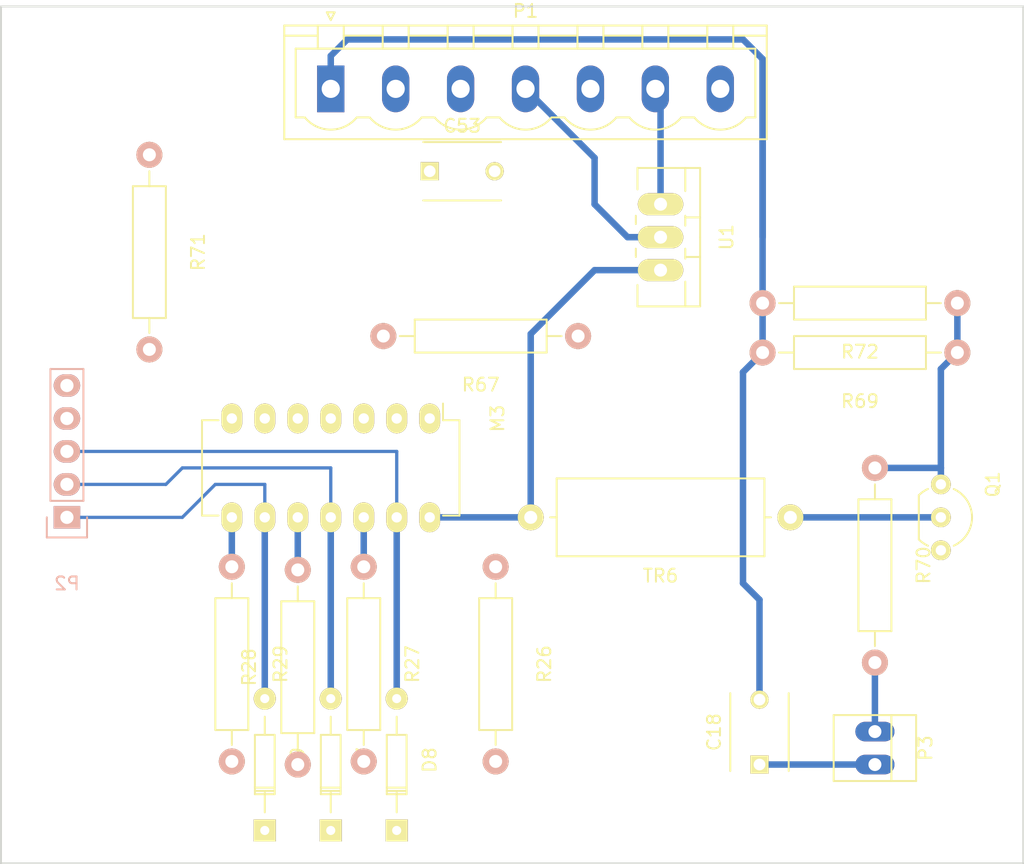
<source format=kicad_pcb>
(kicad_pcb (version 4) (host pcbnew 4.0.4+dfsg1-stable)

  (general
    (links 39)
    (no_connects 18)
    (area 44.374999 74.854999 123.265001 141.045001)
    (thickness 1.6)
    (drawings 4)
    (tracks 47)
    (zones 0)
    (modules 21)
    (nets 22)
  )

  (page USLetter)
  (title_block
    (title "Minitel 1B output board")
  )

  (layers
    (0 F.Cu signal)
    (31 B.Cu signal)
    (32 B.Adhes user)
    (33 F.Adhes user)
    (34 B.Paste user)
    (35 F.Paste user)
    (36 B.SilkS user)
    (37 F.SilkS user)
    (38 B.Mask user)
    (39 F.Mask user)
    (40 Dwgs.User user)
    (41 Cmts.User user)
    (42 Eco1.User user)
    (43 Eco2.User user)
    (44 Edge.Cuts user)
    (45 Margin user)
    (46 B.CrtYd user)
    (47 F.CrtYd user)
    (48 B.Fab user)
    (49 F.Fab user)
  )

  (setup
    (last_trace_width 0.3)
    (user_trace_width 0.3)
    (user_trace_width 0.4)
    (user_trace_width 0.5)
    (user_trace_width 1)
    (trace_clearance 0.254)
    (zone_clearance 0.508)
    (zone_45_only no)
    (trace_min 0.2)
    (segment_width 0.2)
    (edge_width 0.15)
    (via_size 0.6)
    (via_drill 0.4)
    (via_min_size 0.4)
    (via_min_drill 0.3)
    (uvia_size 0.3)
    (uvia_drill 0.1)
    (uvias_allowed no)
    (uvia_min_size 0.2)
    (uvia_min_drill 0.1)
    (pcb_text_width 0.3)
    (pcb_text_size 1.5 1.5)
    (mod_edge_width 0.15)
    (mod_text_size 1 1)
    (mod_text_width 0.15)
    (pad_size 1.524 1.524)
    (pad_drill 0.762)
    (pad_to_mask_clearance 0.2)
    (aux_axis_origin 0 0)
    (visible_elements FFFFFF7F)
    (pcbplotparams
      (layerselection 0x00030_80000001)
      (usegerberextensions false)
      (excludeedgelayer true)
      (linewidth 0.100000)
      (plotframeref false)
      (viasonmask false)
      (mode 1)
      (useauxorigin false)
      (hpglpennumber 1)
      (hpglpenspeed 20)
      (hpglpendiameter 15)
      (hpglpenoverlay 2)
      (psnegative false)
      (psa4output false)
      (plotreference true)
      (plotvalue true)
      (plotinvisibletext false)
      (padsonsilk false)
      (subtractmaskfromsilk false)
      (outputformat 1)
      (mirror false)
      (drillshape 1)
      (scaleselection 1)
      (outputdirectory ""))
  )

  (net 0 "")
  (net 1 GND)
  (net 2 "Net-(C18-Pad2)")
  (net 3 "Net-(C53-Pad1)")
  (net 4 CH_GREEN)
  (net 5 "Net-(D7-Pad1)")
  (net 6 CH_RED)
  (net 7 CH_BLUE)
  (net 8 "Net-(M3-Pad5)")
  (net 9 "Net-(M3-Pad6)")
  (net 10 "Net-(M3-Pad8)")
  (net 11 "Net-(M3-Pad10)")
  (net 12 "Net-(M3-Pad12)")
  (net 13 +5V)
  (net 14 "Net-(P1-Pad3)")
  (net 15 "Net-(P1-Pad5)")
  (net 16 VIN)
  (net 17 "Net-(P1-Pad7)")
  (net 18 VIDEO_OUT)
  (net 19 "Net-(Q1-Pad2)")
  (net 20 "Net-(Q1-Pad3)")
  (net 21 "Net-(Q1-Pad1)")

  (net_class Default "This is the default net class."
    (clearance 0.254)
    (trace_width 0.25)
    (via_dia 0.6)
    (via_drill 0.4)
    (uvia_dia 0.3)
    (uvia_drill 0.1)
    (add_net +5V)
    (add_net CH_BLUE)
    (add_net CH_GREEN)
    (add_net CH_RED)
    (add_net GND)
    (add_net "Net-(C18-Pad2)")
    (add_net "Net-(C53-Pad1)")
    (add_net "Net-(D7-Pad1)")
    (add_net "Net-(M3-Pad10)")
    (add_net "Net-(M3-Pad12)")
    (add_net "Net-(M3-Pad5)")
    (add_net "Net-(M3-Pad6)")
    (add_net "Net-(M3-Pad8)")
    (add_net "Net-(P1-Pad3)")
    (add_net "Net-(P1-Pad5)")
    (add_net "Net-(P1-Pad7)")
    (add_net "Net-(Q1-Pad1)")
    (add_net "Net-(Q1-Pad2)")
    (add_net "Net-(Q1-Pad3)")
    (add_net VIDEO_OUT)
    (add_net VIN)
  )

  (module Capacitors_ThroughHole:C_Disc_D6_P5 (layer F.Cu) (tedit 0) (tstamp 58EE53D4)
    (at 102.87 133.35 90)
    (descr "Capacitor 6mm Disc, Pitch 5mm")
    (tags Capacitor)
    (path /58E7F7C0)
    (fp_text reference C18 (at 2.5 -3.5 90) (layer F.SilkS)
      (effects (font (size 1 1) (thickness 0.15)))
    )
    (fp_text value 100nF (at 2.5 3.5 90) (layer F.Fab)
      (effects (font (size 1 1) (thickness 0.15)))
    )
    (fp_line (start -0.95 -2.5) (end 5.95 -2.5) (layer F.CrtYd) (width 0.05))
    (fp_line (start 5.95 -2.5) (end 5.95 2.5) (layer F.CrtYd) (width 0.05))
    (fp_line (start 5.95 2.5) (end -0.95 2.5) (layer F.CrtYd) (width 0.05))
    (fp_line (start -0.95 2.5) (end -0.95 -2.5) (layer F.CrtYd) (width 0.05))
    (fp_line (start -0.5 -2.25) (end 5.5 -2.25) (layer F.SilkS) (width 0.15))
    (fp_line (start 5.5 2.25) (end -0.5 2.25) (layer F.SilkS) (width 0.15))
    (pad 1 thru_hole rect (at 0 0 90) (size 1.4 1.4) (drill 0.9) (layers *.Cu *.Mask F.SilkS)
      (net 1 GND))
    (pad 2 thru_hole circle (at 5 0 90) (size 1.4 1.4) (drill 0.9) (layers *.Cu *.Mask F.SilkS)
      (net 2 "Net-(C18-Pad2)"))
    (model Capacitors_ThroughHole.3dshapes/C_Disc_D6_P5.wrl
      (at (xyz 0.0984252 0 0))
      (scale (xyz 1 1 1))
      (rotate (xyz 0 0 0))
    )
  )

  (module Capacitors_ThroughHole:C_Disc_D6_P5 (layer F.Cu) (tedit 0) (tstamp 58EE53DA)
    (at 77.47 87.63)
    (descr "Capacitor 6mm Disc, Pitch 5mm")
    (tags Capacitor)
    (path /58E7FB11)
    (fp_text reference C53 (at 2.5 -3.5) (layer F.SilkS)
      (effects (font (size 1 1) (thickness 0.15)))
    )
    (fp_text value 10nF (at 2.5 3.5) (layer F.Fab)
      (effects (font (size 1 1) (thickness 0.15)))
    )
    (fp_line (start -0.95 -2.5) (end 5.95 -2.5) (layer F.CrtYd) (width 0.05))
    (fp_line (start 5.95 -2.5) (end 5.95 2.5) (layer F.CrtYd) (width 0.05))
    (fp_line (start 5.95 2.5) (end -0.95 2.5) (layer F.CrtYd) (width 0.05))
    (fp_line (start -0.95 2.5) (end -0.95 -2.5) (layer F.CrtYd) (width 0.05))
    (fp_line (start -0.5 -2.25) (end 5.5 -2.25) (layer F.SilkS) (width 0.15))
    (fp_line (start 5.5 2.25) (end -0.5 2.25) (layer F.SilkS) (width 0.15))
    (pad 1 thru_hole rect (at 0 0) (size 1.4 1.4) (drill 0.9) (layers *.Cu *.Mask F.SilkS)
      (net 3 "Net-(C53-Pad1)"))
    (pad 2 thru_hole circle (at 5 0) (size 1.4 1.4) (drill 0.9) (layers *.Cu *.Mask F.SilkS)
      (net 1 GND))
    (model Capacitors_ThroughHole.3dshapes/C_Disc_D6_P5.wrl
      (at (xyz 0.0984252 0 0))
      (scale (xyz 1 1 1))
      (rotate (xyz 0 0 0))
    )
  )

  (module Diodes_ThroughHole:Diode_DO-35_SOD27_Horizontal_RM10 (layer F.Cu) (tedit 552FFC30) (tstamp 58EE53E0)
    (at 69.85 138.43 90)
    (descr "Diode, DO-35,  SOD27, Horizontal, RM 10mm")
    (tags "Diode, DO-35, SOD27, Horizontal, RM 10mm, 1N4148,")
    (path /58E80CB2)
    (fp_text reference D7 (at 5.43052 2.53746 90) (layer F.SilkS)
      (effects (font (size 1 1) (thickness 0.15)))
    )
    (fp_text value 1N4148 (at 4.41452 -3.55854 90) (layer F.Fab)
      (effects (font (size 1 1) (thickness 0.15)))
    )
    (fp_line (start 7.36652 -0.00254) (end 8.76352 -0.00254) (layer F.SilkS) (width 0.15))
    (fp_line (start 2.92152 -0.00254) (end 1.39752 -0.00254) (layer F.SilkS) (width 0.15))
    (fp_line (start 3.30252 -0.76454) (end 3.30252 0.75946) (layer F.SilkS) (width 0.15))
    (fp_line (start 3.04852 -0.76454) (end 3.04852 0.75946) (layer F.SilkS) (width 0.15))
    (fp_line (start 2.79452 -0.00254) (end 2.79452 0.75946) (layer F.SilkS) (width 0.15))
    (fp_line (start 2.79452 0.75946) (end 7.36652 0.75946) (layer F.SilkS) (width 0.15))
    (fp_line (start 7.36652 0.75946) (end 7.36652 -0.76454) (layer F.SilkS) (width 0.15))
    (fp_line (start 7.36652 -0.76454) (end 2.79452 -0.76454) (layer F.SilkS) (width 0.15))
    (fp_line (start 2.79452 -0.76454) (end 2.79452 -0.00254) (layer F.SilkS) (width 0.15))
    (pad 2 thru_hole circle (at 10.16052 -0.00254 270) (size 1.69926 1.69926) (drill 0.70104) (layers *.Cu *.Mask F.SilkS)
      (net 4 CH_GREEN))
    (pad 1 thru_hole rect (at 0.00052 -0.00254 270) (size 1.69926 1.69926) (drill 0.70104) (layers *.Cu *.Mask F.SilkS)
      (net 5 "Net-(D7-Pad1)"))
    (model Diodes_ThroughHole.3dshapes/Diode_DO-35_SOD27_Horizontal_RM10.wrl
      (at (xyz 0.2 0 0))
      (scale (xyz 0.4 0.4 0.4))
      (rotate (xyz 0 0 180))
    )
  )

  (module Diodes_ThroughHole:Diode_DO-35_SOD27_Horizontal_RM10 (layer F.Cu) (tedit 552FFC30) (tstamp 58EE53E6)
    (at 74.93 138.43 90)
    (descr "Diode, DO-35,  SOD27, Horizontal, RM 10mm")
    (tags "Diode, DO-35, SOD27, Horizontal, RM 10mm, 1N4148,")
    (path /58E80CFD)
    (fp_text reference D8 (at 5.43052 2.53746 90) (layer F.SilkS)
      (effects (font (size 1 1) (thickness 0.15)))
    )
    (fp_text value 1N4148 (at 4.41452 -3.55854 90) (layer F.Fab)
      (effects (font (size 1 1) (thickness 0.15)))
    )
    (fp_line (start 7.36652 -0.00254) (end 8.76352 -0.00254) (layer F.SilkS) (width 0.15))
    (fp_line (start 2.92152 -0.00254) (end 1.39752 -0.00254) (layer F.SilkS) (width 0.15))
    (fp_line (start 3.30252 -0.76454) (end 3.30252 0.75946) (layer F.SilkS) (width 0.15))
    (fp_line (start 3.04852 -0.76454) (end 3.04852 0.75946) (layer F.SilkS) (width 0.15))
    (fp_line (start 2.79452 -0.00254) (end 2.79452 0.75946) (layer F.SilkS) (width 0.15))
    (fp_line (start 2.79452 0.75946) (end 7.36652 0.75946) (layer F.SilkS) (width 0.15))
    (fp_line (start 7.36652 0.75946) (end 7.36652 -0.76454) (layer F.SilkS) (width 0.15))
    (fp_line (start 7.36652 -0.76454) (end 2.79452 -0.76454) (layer F.SilkS) (width 0.15))
    (fp_line (start 2.79452 -0.76454) (end 2.79452 -0.00254) (layer F.SilkS) (width 0.15))
    (pad 2 thru_hole circle (at 10.16052 -0.00254 270) (size 1.69926 1.69926) (drill 0.70104) (layers *.Cu *.Mask F.SilkS)
      (net 6 CH_RED))
    (pad 1 thru_hole rect (at 0.00052 -0.00254 270) (size 1.69926 1.69926) (drill 0.70104) (layers *.Cu *.Mask F.SilkS)
      (net 5 "Net-(D7-Pad1)"))
    (model Diodes_ThroughHole.3dshapes/Diode_DO-35_SOD27_Horizontal_RM10.wrl
      (at (xyz 0.2 0 0))
      (scale (xyz 0.4 0.4 0.4))
      (rotate (xyz 0 0 180))
    )
  )

  (module Diodes_ThroughHole:Diode_DO-35_SOD27_Horizontal_RM10 (layer F.Cu) (tedit 552FFC30) (tstamp 58EE53EC)
    (at 64.77 138.43 90)
    (descr "Diode, DO-35,  SOD27, Horizontal, RM 10mm")
    (tags "Diode, DO-35, SOD27, Horizontal, RM 10mm, 1N4148,")
    (path /58E80D4E)
    (fp_text reference D9 (at 5.43052 2.53746 90) (layer F.SilkS)
      (effects (font (size 1 1) (thickness 0.15)))
    )
    (fp_text value 1N4148 (at 4.41452 -3.55854 90) (layer F.Fab)
      (effects (font (size 1 1) (thickness 0.15)))
    )
    (fp_line (start 7.36652 -0.00254) (end 8.76352 -0.00254) (layer F.SilkS) (width 0.15))
    (fp_line (start 2.92152 -0.00254) (end 1.39752 -0.00254) (layer F.SilkS) (width 0.15))
    (fp_line (start 3.30252 -0.76454) (end 3.30252 0.75946) (layer F.SilkS) (width 0.15))
    (fp_line (start 3.04852 -0.76454) (end 3.04852 0.75946) (layer F.SilkS) (width 0.15))
    (fp_line (start 2.79452 -0.00254) (end 2.79452 0.75946) (layer F.SilkS) (width 0.15))
    (fp_line (start 2.79452 0.75946) (end 7.36652 0.75946) (layer F.SilkS) (width 0.15))
    (fp_line (start 7.36652 0.75946) (end 7.36652 -0.76454) (layer F.SilkS) (width 0.15))
    (fp_line (start 7.36652 -0.76454) (end 2.79452 -0.76454) (layer F.SilkS) (width 0.15))
    (fp_line (start 2.79452 -0.76454) (end 2.79452 -0.00254) (layer F.SilkS) (width 0.15))
    (pad 2 thru_hole circle (at 10.16052 -0.00254 270) (size 1.69926 1.69926) (drill 0.70104) (layers *.Cu *.Mask F.SilkS)
      (net 7 CH_BLUE))
    (pad 1 thru_hole rect (at 0.00052 -0.00254 270) (size 1.69926 1.69926) (drill 0.70104) (layers *.Cu *.Mask F.SilkS)
      (net 5 "Net-(D7-Pad1)"))
    (model Diodes_ThroughHole.3dshapes/Diode_DO-35_SOD27_Horizontal_RM10.wrl
      (at (xyz 0.2 0 0))
      (scale (xyz 0.4 0.4 0.4))
      (rotate (xyz 0 0 180))
    )
  )

  (module Housings_DIP:DIP-14_W7.62mm_LongPads (layer F.Cu) (tedit 54130A77) (tstamp 58EE53FE)
    (at 77.47 106.68 270)
    (descr "14-lead dip package, row spacing 7.62 mm (300 mils), longer pads")
    (tags "dil dip 2.54 300")
    (path /58E80266)
    (fp_text reference M3 (at 0 -5.22 270) (layer F.SilkS)
      (effects (font (size 1 1) (thickness 0.15)))
    )
    (fp_text value 74HC04 (at 0 -3.72 270) (layer F.Fab)
      (effects (font (size 1 1) (thickness 0.15)))
    )
    (fp_line (start -1.4 -2.45) (end -1.4 17.7) (layer F.CrtYd) (width 0.05))
    (fp_line (start 9 -2.45) (end 9 17.7) (layer F.CrtYd) (width 0.05))
    (fp_line (start -1.4 -2.45) (end 9 -2.45) (layer F.CrtYd) (width 0.05))
    (fp_line (start -1.4 17.7) (end 9 17.7) (layer F.CrtYd) (width 0.05))
    (fp_line (start 0.135 -2.295) (end 0.135 -1.025) (layer F.SilkS) (width 0.15))
    (fp_line (start 7.485 -2.295) (end 7.485 -1.025) (layer F.SilkS) (width 0.15))
    (fp_line (start 7.485 17.535) (end 7.485 16.265) (layer F.SilkS) (width 0.15))
    (fp_line (start 0.135 17.535) (end 0.135 16.265) (layer F.SilkS) (width 0.15))
    (fp_line (start 0.135 -2.295) (end 7.485 -2.295) (layer F.SilkS) (width 0.15))
    (fp_line (start 0.135 17.535) (end 7.485 17.535) (layer F.SilkS) (width 0.15))
    (fp_line (start 0.135 -1.025) (end -1.15 -1.025) (layer F.SilkS) (width 0.15))
    (pad 1 thru_hole oval (at 0 0 270) (size 2.3 1.6) (drill 0.8) (layers *.Cu *.Mask F.SilkS))
    (pad 2 thru_hole oval (at 0 2.54 270) (size 2.3 1.6) (drill 0.8) (layers *.Cu *.Mask F.SilkS))
    (pad 3 thru_hole oval (at 0 5.08 270) (size 2.3 1.6) (drill 0.8) (layers *.Cu *.Mask F.SilkS))
    (pad 4 thru_hole oval (at 0 7.62 270) (size 2.3 1.6) (drill 0.8) (layers *.Cu *.Mask F.SilkS))
    (pad 5 thru_hole oval (at 0 10.16 270) (size 2.3 1.6) (drill 0.8) (layers *.Cu *.Mask F.SilkS)
      (net 8 "Net-(M3-Pad5)"))
    (pad 6 thru_hole oval (at 0 12.7 270) (size 2.3 1.6) (drill 0.8) (layers *.Cu *.Mask F.SilkS)
      (net 9 "Net-(M3-Pad6)"))
    (pad 7 thru_hole oval (at 0 15.24 270) (size 2.3 1.6) (drill 0.8) (layers *.Cu *.Mask F.SilkS)
      (net 1 GND))
    (pad 8 thru_hole oval (at 7.62 15.24 270) (size 2.3 1.6) (drill 0.8) (layers *.Cu *.Mask F.SilkS)
      (net 10 "Net-(M3-Pad8)"))
    (pad 9 thru_hole oval (at 7.62 12.7 270) (size 2.3 1.6) (drill 0.8) (layers *.Cu *.Mask F.SilkS)
      (net 7 CH_BLUE))
    (pad 10 thru_hole oval (at 7.62 10.16 270) (size 2.3 1.6) (drill 0.8) (layers *.Cu *.Mask F.SilkS)
      (net 11 "Net-(M3-Pad10)"))
    (pad 11 thru_hole oval (at 7.62 7.62 270) (size 2.3 1.6) (drill 0.8) (layers *.Cu *.Mask F.SilkS)
      (net 4 CH_GREEN))
    (pad 12 thru_hole oval (at 7.62 5.08 270) (size 2.3 1.6) (drill 0.8) (layers *.Cu *.Mask F.SilkS)
      (net 12 "Net-(M3-Pad12)"))
    (pad 13 thru_hole oval (at 7.62 2.54 270) (size 2.3 1.6) (drill 0.8) (layers *.Cu *.Mask F.SilkS)
      (net 6 CH_RED))
    (pad 14 thru_hole oval (at 7.62 0 270) (size 2.3 1.6) (drill 0.8) (layers *.Cu *.Mask F.SilkS)
      (net 13 +5V))
    (model Housings_DIP.3dshapes/DIP-14_W7.62mm_LongPads.wrl
      (at (xyz 0 0 0))
      (scale (xyz 1 1 1))
      (rotate (xyz 0 0 0))
    )
  )

  (module Connectors_Phoenix:PhoenixContact_MSTBVA-G_07x5.00mm_Vertical (layer F.Cu) (tedit 5797DB0D) (tstamp 58EE5409)
    (at 69.85 81.28)
    (descr "Generic Phoenix Contact connector footprint for series: MSTBVA-G; number of pins: 07; pin pitch: 5.00mm; Vertical || order number: 1924240 16A (HC) || order number: 1755561 12A")
    (tags "phoenix_contact connector MSTBVA_01x07_G_5.00mm")
    (path /58E7F12A)
    (fp_text reference P1 (at 15 -6) (layer F.SilkS)
      (effects (font (size 1 1) (thickness 0.15)))
    )
    (fp_text value CONN_01X07 (at 15 5.3) (layer F.Fab)
      (effects (font (size 1 1) (thickness 0.15)))
    )
    (fp_arc (start 0 0.55) (end -2 2.2) (angle -100.5) (layer F.SilkS) (width 0.15))
    (fp_arc (start 5 0.55) (end 3 2.2) (angle -100.5) (layer F.SilkS) (width 0.15))
    (fp_arc (start 10 0.55) (end 8 2.2) (angle -100.5) (layer F.SilkS) (width 0.15))
    (fp_arc (start 15 0.55) (end 13 2.2) (angle -100.5) (layer F.SilkS) (width 0.15))
    (fp_arc (start 20 0.55) (end 18 2.2) (angle -100.5) (layer F.SilkS) (width 0.15))
    (fp_arc (start 25 0.55) (end 23 2.2) (angle -100.5) (layer F.SilkS) (width 0.15))
    (fp_arc (start 30 0.55) (end 28 2.2) (angle -100.5) (layer F.SilkS) (width 0.15))
    (fp_line (start -3.58 -4.88) (end -3.58 3.88) (layer F.SilkS) (width 0.15))
    (fp_line (start -3.58 3.88) (end 33.58 3.88) (layer F.SilkS) (width 0.15))
    (fp_line (start 33.58 3.88) (end 33.58 -4.88) (layer F.SilkS) (width 0.15))
    (fp_line (start 33.58 -4.88) (end -3.58 -4.88) (layer F.SilkS) (width 0.15))
    (fp_line (start -3.58 -4.1) (end -1.08 -4.1) (layer F.SilkS) (width 0.15))
    (fp_line (start 33.58 -4.1) (end 31.08 -4.1) (layer F.SilkS) (width 0.15))
    (fp_line (start 1 -4.1) (end 4 -4.1) (layer F.SilkS) (width 0.15))
    (fp_line (start 6 -4.1) (end 9 -4.1) (layer F.SilkS) (width 0.15))
    (fp_line (start 11 -4.1) (end 14 -4.1) (layer F.SilkS) (width 0.15))
    (fp_line (start 16 -4.1) (end 19 -4.1) (layer F.SilkS) (width 0.15))
    (fp_line (start 21 -4.1) (end 24 -4.1) (layer F.SilkS) (width 0.15))
    (fp_line (start 26 -4.1) (end 29 -4.1) (layer F.SilkS) (width 0.15))
    (fp_line (start -1 -3.1) (end -1 -4.88) (layer F.SilkS) (width 0.15))
    (fp_line (start -1 -4.88) (end 1 -4.88) (layer F.SilkS) (width 0.15))
    (fp_line (start 1 -4.88) (end 1 -3.1) (layer F.SilkS) (width 0.15))
    (fp_line (start 1 -3.1) (end -1 -3.1) (layer F.SilkS) (width 0.15))
    (fp_line (start 4 -3.1) (end 4 -4.88) (layer F.SilkS) (width 0.15))
    (fp_line (start 4 -4.88) (end 6 -4.88) (layer F.SilkS) (width 0.15))
    (fp_line (start 6 -4.88) (end 6 -3.1) (layer F.SilkS) (width 0.15))
    (fp_line (start 6 -3.1) (end 4 -3.1) (layer F.SilkS) (width 0.15))
    (fp_line (start 9 -3.1) (end 9 -4.88) (layer F.SilkS) (width 0.15))
    (fp_line (start 9 -4.88) (end 11 -4.88) (layer F.SilkS) (width 0.15))
    (fp_line (start 11 -4.88) (end 11 -3.1) (layer F.SilkS) (width 0.15))
    (fp_line (start 11 -3.1) (end 9 -3.1) (layer F.SilkS) (width 0.15))
    (fp_line (start 14 -3.1) (end 14 -4.88) (layer F.SilkS) (width 0.15))
    (fp_line (start 14 -4.88) (end 16 -4.88) (layer F.SilkS) (width 0.15))
    (fp_line (start 16 -4.88) (end 16 -3.1) (layer F.SilkS) (width 0.15))
    (fp_line (start 16 -3.1) (end 14 -3.1) (layer F.SilkS) (width 0.15))
    (fp_line (start 19 -3.1) (end 19 -4.88) (layer F.SilkS) (width 0.15))
    (fp_line (start 19 -4.88) (end 21 -4.88) (layer F.SilkS) (width 0.15))
    (fp_line (start 21 -4.88) (end 21 -3.1) (layer F.SilkS) (width 0.15))
    (fp_line (start 21 -3.1) (end 19 -3.1) (layer F.SilkS) (width 0.15))
    (fp_line (start 24 -3.1) (end 24 -4.88) (layer F.SilkS) (width 0.15))
    (fp_line (start 24 -4.88) (end 26 -4.88) (layer F.SilkS) (width 0.15))
    (fp_line (start 26 -4.88) (end 26 -3.1) (layer F.SilkS) (width 0.15))
    (fp_line (start 26 -3.1) (end 24 -3.1) (layer F.SilkS) (width 0.15))
    (fp_line (start 29 -3.1) (end 29 -4.88) (layer F.SilkS) (width 0.15))
    (fp_line (start 29 -4.88) (end 31 -4.88) (layer F.SilkS) (width 0.15))
    (fp_line (start 31 -4.88) (end 31 -3.1) (layer F.SilkS) (width 0.15))
    (fp_line (start 31 -3.1) (end 29 -3.1) (layer F.SilkS) (width 0.15))
    (fp_line (start 2 2.2) (end 3 2.2) (layer F.SilkS) (width 0.15))
    (fp_line (start 7 2.2) (end 8 2.2) (layer F.SilkS) (width 0.15))
    (fp_line (start 12 2.2) (end 13 2.2) (layer F.SilkS) (width 0.15))
    (fp_line (start 17 2.2) (end 18 2.2) (layer F.SilkS) (width 0.15))
    (fp_line (start 22 2.2) (end 23 2.2) (layer F.SilkS) (width 0.15))
    (fp_line (start 27 2.2) (end 28 2.2) (layer F.SilkS) (width 0.15))
    (fp_line (start -2 2.2) (end -2.7 2.2) (layer F.SilkS) (width 0.15))
    (fp_line (start -2.7 2.2) (end -2.7 -3.1) (layer F.SilkS) (width 0.15))
    (fp_line (start -2.7 -3.1) (end 32.7 -3.1) (layer F.SilkS) (width 0.15))
    (fp_line (start 32.7 -3.1) (end 32.7 2.2) (layer F.SilkS) (width 0.15))
    (fp_line (start 32.7 2.2) (end 32 2.2) (layer F.SilkS) (width 0.15))
    (fp_line (start -4 -5.3) (end -4 4.3) (layer F.CrtYd) (width 0.05))
    (fp_line (start -4 4.3) (end 34 4.3) (layer F.CrtYd) (width 0.05))
    (fp_line (start 34 4.3) (end 34 -5.3) (layer F.CrtYd) (width 0.05))
    (fp_line (start 34 -5.3) (end -4 -5.3) (layer F.CrtYd) (width 0.05))
    (fp_line (start 0 -5.3) (end 0.3 -5.9) (layer F.SilkS) (width 0.15))
    (fp_line (start 0.3 -5.9) (end -0.3 -5.9) (layer F.SilkS) (width 0.15))
    (fp_line (start -0.3 -5.9) (end 0 -5.3) (layer F.SilkS) (width 0.15))
    (pad 1 thru_hole rect (at 0 0) (size 2.1 3.6) (drill 1.4) (layers *.Cu *.Mask)
      (net 2 "Net-(C18-Pad2)"))
    (pad 2 thru_hole oval (at 5 0) (size 2.1 3.6) (drill 1.4) (layers *.Cu *.Mask)
      (net 3 "Net-(C53-Pad1)"))
    (pad 3 thru_hole oval (at 10 0) (size 2.1 3.6) (drill 1.4) (layers *.Cu *.Mask)
      (net 14 "Net-(P1-Pad3)"))
    (pad 4 thru_hole oval (at 15 0) (size 2.1 3.6) (drill 1.4) (layers *.Cu *.Mask)
      (net 1 GND))
    (pad 5 thru_hole oval (at 20 0) (size 2.1 3.6) (drill 1.4) (layers *.Cu *.Mask)
      (net 15 "Net-(P1-Pad5)"))
    (pad 6 thru_hole oval (at 25 0) (size 2.1 3.6) (drill 1.4) (layers *.Cu *.Mask)
      (net 16 VIN))
    (pad 7 thru_hole oval (at 30 0) (size 2.1 3.6) (drill 1.4) (layers *.Cu *.Mask)
      (net 17 "Net-(P1-Pad7)"))
    (model Connectors_Phoenix.3dshapes/PhoenixContact_MSTBVA-G_07x5.00mm_Vertical.wrl
      (at (xyz 0 0 0))
      (scale (xyz 1 1 1))
      (rotate (xyz 0 0 0))
    )
  )

  (module Pin_Headers:Pin_Header_Straight_1x05 (layer B.Cu) (tedit 54EA0684) (tstamp 58EE5412)
    (at 49.53 114.3)
    (descr "Through hole pin header")
    (tags "pin header")
    (path /58EE431A)
    (fp_text reference P2 (at 0 5.1) (layer B.SilkS)
      (effects (font (size 1 1) (thickness 0.15)) (justify mirror))
    )
    (fp_text value CONN_01X05 (at 0 3.1) (layer B.Fab)
      (effects (font (size 1 1) (thickness 0.15)) (justify mirror))
    )
    (fp_line (start -1.55 0) (end -1.55 1.55) (layer B.SilkS) (width 0.15))
    (fp_line (start -1.55 1.55) (end 1.55 1.55) (layer B.SilkS) (width 0.15))
    (fp_line (start 1.55 1.55) (end 1.55 0) (layer B.SilkS) (width 0.15))
    (fp_line (start -1.75 1.75) (end -1.75 -11.95) (layer B.CrtYd) (width 0.05))
    (fp_line (start 1.75 1.75) (end 1.75 -11.95) (layer B.CrtYd) (width 0.05))
    (fp_line (start -1.75 1.75) (end 1.75 1.75) (layer B.CrtYd) (width 0.05))
    (fp_line (start -1.75 -11.95) (end 1.75 -11.95) (layer B.CrtYd) (width 0.05))
    (fp_line (start 1.27 -1.27) (end 1.27 -11.43) (layer B.SilkS) (width 0.15))
    (fp_line (start 1.27 -11.43) (end -1.27 -11.43) (layer B.SilkS) (width 0.15))
    (fp_line (start -1.27 -11.43) (end -1.27 -1.27) (layer B.SilkS) (width 0.15))
    (fp_line (start 1.27 -1.27) (end -1.27 -1.27) (layer B.SilkS) (width 0.15))
    (pad 1 thru_hole rect (at 0 0) (size 2.032 1.7272) (drill 1.016) (layers *.Cu *.Mask B.SilkS)
      (net 7 CH_BLUE))
    (pad 2 thru_hole oval (at 0 -2.54) (size 2.032 1.7272) (drill 1.016) (layers *.Cu *.Mask B.SilkS)
      (net 4 CH_GREEN))
    (pad 3 thru_hole oval (at 0 -5.08) (size 2.032 1.7272) (drill 1.016) (layers *.Cu *.Mask B.SilkS)
      (net 6 CH_RED))
    (pad 4 thru_hole oval (at 0 -7.62) (size 2.032 1.7272) (drill 1.016) (layers *.Cu *.Mask B.SilkS)
      (net 13 +5V))
    (pad 5 thru_hole oval (at 0 -10.16) (size 2.032 1.7272) (drill 1.016) (layers *.Cu *.Mask B.SilkS)
      (net 1 GND))
    (model Pin_Headers.3dshapes/Pin_Header_Straight_1x05.wrl
      (at (xyz 0 -0.2 0))
      (scale (xyz 1 1 1))
      (rotate (xyz 0 0 90))
    )
  )

  (module Connect:PINHEAD1-2 (layer F.Cu) (tedit 0) (tstamp 58EE5418)
    (at 111.76 132.08 270)
    (path /58EE47BA)
    (attr virtual)
    (fp_text reference P3 (at 0 -3.9 270) (layer F.SilkS)
      (effects (font (size 1 1) (thickness 0.15)))
    )
    (fp_text value BNC (at 0 3.81 270) (layer F.Fab)
      (effects (font (size 1 1) (thickness 0.15)))
    )
    (fp_line (start 2.54 -1.27) (end -2.54 -1.27) (layer F.SilkS) (width 0.15))
    (fp_line (start 2.54 3.175) (end -2.54 3.175) (layer F.SilkS) (width 0.15))
    (fp_line (start -2.54 -3.175) (end 2.54 -3.175) (layer F.SilkS) (width 0.15))
    (fp_line (start -2.54 -3.175) (end -2.54 3.175) (layer F.SilkS) (width 0.15))
    (fp_line (start 2.54 -3.175) (end 2.54 3.175) (layer F.SilkS) (width 0.15))
    (pad 1 thru_hole oval (at -1.27 0 270) (size 1.50622 3.01498) (drill 0.99822) (layers *.Cu *.Mask)
      (net 18 VIDEO_OUT))
    (pad 2 thru_hole oval (at 1.27 0 270) (size 1.50622 3.01498) (drill 0.99822) (layers *.Cu *.Mask)
      (net 1 GND))
  )

  (module TO_SOT_Packages_THT:TO-92_Inline_Wide (layer F.Cu) (tedit 54F242B4) (tstamp 58EE541F)
    (at 116.84 111.76 270)
    (descr "TO-92 leads in-line, wide, drill 0.8mm (see NXP sot054_po.pdf)")
    (tags "to-92 sc-43 sc-43a sot54 PA33 transistor")
    (path /58EB8E62)
    (fp_text reference Q1 (at 0 -4 450) (layer F.SilkS)
      (effects (font (size 1 1) (thickness 0.15)))
    )
    (fp_text value C5468 (at 0 3 270) (layer F.Fab)
      (effects (font (size 1 1) (thickness 0.15)))
    )
    (fp_arc (start 2.54 0) (end 0.84 1.7) (angle 20.5) (layer F.SilkS) (width 0.15))
    (fp_arc (start 2.54 0) (end 4.24 1.7) (angle -20.5) (layer F.SilkS) (width 0.15))
    (fp_line (start -1 1.95) (end -1 -2.65) (layer F.CrtYd) (width 0.05))
    (fp_line (start -1 1.95) (end 6.1 1.95) (layer F.CrtYd) (width 0.05))
    (fp_line (start 0.84 1.7) (end 4.24 1.7) (layer F.SilkS) (width 0.15))
    (fp_arc (start 2.54 0) (end 2.54 -2.4) (angle -65.55604127) (layer F.SilkS) (width 0.15))
    (fp_arc (start 2.54 0) (end 2.54 -2.4) (angle 65.55604127) (layer F.SilkS) (width 0.15))
    (fp_line (start -1 -2.65) (end 6.1 -2.65) (layer F.CrtYd) (width 0.05))
    (fp_line (start 6.1 1.95) (end 6.1 -2.65) (layer F.CrtYd) (width 0.05))
    (pad 2 thru_hole circle (at 2.54 0) (size 1.524 1.524) (drill 0.8) (layers *.Cu *.Mask F.SilkS)
      (net 19 "Net-(Q1-Pad2)"))
    (pad 3 thru_hole circle (at 5.08 0) (size 1.524 1.524) (drill 0.8) (layers *.Cu *.Mask F.SilkS)
      (net 20 "Net-(Q1-Pad3)"))
    (pad 1 thru_hole circle (at 0 0) (size 1.524 1.524) (drill 0.8) (layers *.Cu *.Mask F.SilkS)
      (net 21 "Net-(Q1-Pad1)"))
    (model TO_SOT_Packages_THT.3dshapes/TO-92_Inline_Wide.wrl
      (at (xyz 0.1 0 0))
      (scale (xyz 1 1 1))
      (rotate (xyz 0 0 -90))
    )
  )

  (module Resistors_ThroughHole:Resistor_Horizontal_RM15mm (layer F.Cu) (tedit 569FCEE8) (tstamp 58EE5425)
    (at 82.55 118.11 270)
    (descr "Resistor, Axial, RM 15mm,")
    (tags "Resistor Axial RM 15mm")
    (path /58E80011)
    (fp_text reference R26 (at 7.5 -3.74904 270) (layer F.SilkS)
      (effects (font (size 1 1) (thickness 0.15)))
    )
    (fp_text value 620 (at 7.5 4.0005 270) (layer F.Fab)
      (effects (font (size 1 1) (thickness 0.15)))
    )
    (fp_line (start -1.25 1.5) (end -1.25 -1.5) (layer F.CrtYd) (width 0.05))
    (fp_line (start -1.25 -1.5) (end 16.25 -1.5) (layer F.CrtYd) (width 0.05))
    (fp_line (start 16.25 -1.5) (end 16.25 1.5) (layer F.CrtYd) (width 0.05))
    (fp_line (start 16.25 1.5) (end -1.25 1.5) (layer F.CrtYd) (width 0.05))
    (fp_line (start 2.42 -1.27) (end 2.42 1.27) (layer F.SilkS) (width 0.15))
    (fp_line (start 2.42 1.27) (end 12.58 1.27) (layer F.SilkS) (width 0.15))
    (fp_line (start 12.58 1.27) (end 12.58 -1.27) (layer F.SilkS) (width 0.15))
    (fp_line (start 12.58 -1.27) (end 2.42 -1.27) (layer F.SilkS) (width 0.15))
    (fp_line (start 13.73 0) (end 12.58 0) (layer F.SilkS) (width 0.15))
    (fp_line (start 1.27 0) (end 2.42 0) (layer F.SilkS) (width 0.15))
    (pad 1 thru_hole circle (at 0 0 270) (size 1.99898 1.99898) (drill 1.00076) (layers *.Cu *.SilkS *.Mask)
      (net 9 "Net-(M3-Pad6)"))
    (pad 2 thru_hole circle (at 15 0 270) (size 1.99898 1.99898) (drill 1.00076) (layers *.Cu *.SilkS *.Mask)
      (net 20 "Net-(Q1-Pad3)"))
    (model Resistors_ThroughHole.3dshapes/Resistor_Horizontal_RM15mm.wrl
      (at (xyz 0.295 0 0))
      (scale (xyz 0.395 0.4 0.4))
      (rotate (xyz 0 0 0))
    )
  )

  (module Resistors_ThroughHole:Resistor_Horizontal_RM15mm (layer F.Cu) (tedit 569FCEE8) (tstamp 58EE542B)
    (at 72.39 118.11 270)
    (descr "Resistor, Axial, RM 15mm,")
    (tags "Resistor Axial RM 15mm")
    (path /58E7FEAA)
    (fp_text reference R27 (at 7.5 -3.74904 270) (layer F.SilkS)
      (effects (font (size 1 1) (thickness 0.15)))
    )
    (fp_text value 1.8K (at 7.5 4.0005 270) (layer F.Fab)
      (effects (font (size 1 1) (thickness 0.15)))
    )
    (fp_line (start -1.25 1.5) (end -1.25 -1.5) (layer F.CrtYd) (width 0.05))
    (fp_line (start -1.25 -1.5) (end 16.25 -1.5) (layer F.CrtYd) (width 0.05))
    (fp_line (start 16.25 -1.5) (end 16.25 1.5) (layer F.CrtYd) (width 0.05))
    (fp_line (start 16.25 1.5) (end -1.25 1.5) (layer F.CrtYd) (width 0.05))
    (fp_line (start 2.42 -1.27) (end 2.42 1.27) (layer F.SilkS) (width 0.15))
    (fp_line (start 2.42 1.27) (end 12.58 1.27) (layer F.SilkS) (width 0.15))
    (fp_line (start 12.58 1.27) (end 12.58 -1.27) (layer F.SilkS) (width 0.15))
    (fp_line (start 12.58 -1.27) (end 2.42 -1.27) (layer F.SilkS) (width 0.15))
    (fp_line (start 13.73 0) (end 12.58 0) (layer F.SilkS) (width 0.15))
    (fp_line (start 1.27 0) (end 2.42 0) (layer F.SilkS) (width 0.15))
    (pad 1 thru_hole circle (at 0 0 270) (size 1.99898 1.99898) (drill 1.00076) (layers *.Cu *.SilkS *.Mask)
      (net 12 "Net-(M3-Pad12)"))
    (pad 2 thru_hole circle (at 15 0 270) (size 1.99898 1.99898) (drill 1.00076) (layers *.Cu *.SilkS *.Mask)
      (net 20 "Net-(Q1-Pad3)"))
    (model Resistors_ThroughHole.3dshapes/Resistor_Horizontal_RM15mm.wrl
      (at (xyz 0.295 0 0))
      (scale (xyz 0.395 0.4 0.4))
      (rotate (xyz 0 0 0))
    )
  )

  (module Resistors_ThroughHole:Resistor_Horizontal_RM15mm (layer F.Cu) (tedit 569FCEE8) (tstamp 58EE5431)
    (at 67.31 133.35 90)
    (descr "Resistor, Axial, RM 15mm,")
    (tags "Resistor Axial RM 15mm")
    (path /58E7FF59)
    (fp_text reference R28 (at 7.5 -3.74904 90) (layer F.SilkS)
      (effects (font (size 1 1) (thickness 0.15)))
    )
    (fp_text value 460 (at 7.5 4.0005 90) (layer F.Fab)
      (effects (font (size 1 1) (thickness 0.15)))
    )
    (fp_line (start -1.25 1.5) (end -1.25 -1.5) (layer F.CrtYd) (width 0.05))
    (fp_line (start -1.25 -1.5) (end 16.25 -1.5) (layer F.CrtYd) (width 0.05))
    (fp_line (start 16.25 -1.5) (end 16.25 1.5) (layer F.CrtYd) (width 0.05))
    (fp_line (start 16.25 1.5) (end -1.25 1.5) (layer F.CrtYd) (width 0.05))
    (fp_line (start 2.42 -1.27) (end 2.42 1.27) (layer F.SilkS) (width 0.15))
    (fp_line (start 2.42 1.27) (end 12.58 1.27) (layer F.SilkS) (width 0.15))
    (fp_line (start 12.58 1.27) (end 12.58 -1.27) (layer F.SilkS) (width 0.15))
    (fp_line (start 12.58 -1.27) (end 2.42 -1.27) (layer F.SilkS) (width 0.15))
    (fp_line (start 13.73 0) (end 12.58 0) (layer F.SilkS) (width 0.15))
    (fp_line (start 1.27 0) (end 2.42 0) (layer F.SilkS) (width 0.15))
    (pad 1 thru_hole circle (at 0 0 90) (size 1.99898 1.99898) (drill 1.00076) (layers *.Cu *.SilkS *.Mask)
      (net 20 "Net-(Q1-Pad3)"))
    (pad 2 thru_hole circle (at 15 0 90) (size 1.99898 1.99898) (drill 1.00076) (layers *.Cu *.SilkS *.Mask)
      (net 11 "Net-(M3-Pad10)"))
    (model Resistors_ThroughHole.3dshapes/Resistor_Horizontal_RM15mm.wrl
      (at (xyz 0.295 0 0))
      (scale (xyz 0.395 0.4 0.4))
      (rotate (xyz 0 0 0))
    )
  )

  (module Resistors_ThroughHole:Resistor_Horizontal_RM15mm (layer F.Cu) (tedit 569FCEE8) (tstamp 58EE5437)
    (at 62.23 118.11 270)
    (descr "Resistor, Axial, RM 15mm,")
    (tags "Resistor Axial RM 15mm")
    (path /58E7FFD8)
    (fp_text reference R29 (at 7.5 -3.74904 270) (layer F.SilkS)
      (effects (font (size 1 1) (thickness 0.15)))
    )
    (fp_text value 1K (at 7.5 4.0005 270) (layer F.Fab)
      (effects (font (size 1 1) (thickness 0.15)))
    )
    (fp_line (start -1.25 1.5) (end -1.25 -1.5) (layer F.CrtYd) (width 0.05))
    (fp_line (start -1.25 -1.5) (end 16.25 -1.5) (layer F.CrtYd) (width 0.05))
    (fp_line (start 16.25 -1.5) (end 16.25 1.5) (layer F.CrtYd) (width 0.05))
    (fp_line (start 16.25 1.5) (end -1.25 1.5) (layer F.CrtYd) (width 0.05))
    (fp_line (start 2.42 -1.27) (end 2.42 1.27) (layer F.SilkS) (width 0.15))
    (fp_line (start 2.42 1.27) (end 12.58 1.27) (layer F.SilkS) (width 0.15))
    (fp_line (start 12.58 1.27) (end 12.58 -1.27) (layer F.SilkS) (width 0.15))
    (fp_line (start 12.58 -1.27) (end 2.42 -1.27) (layer F.SilkS) (width 0.15))
    (fp_line (start 13.73 0) (end 12.58 0) (layer F.SilkS) (width 0.15))
    (fp_line (start 1.27 0) (end 2.42 0) (layer F.SilkS) (width 0.15))
    (pad 1 thru_hole circle (at 0 0 270) (size 1.99898 1.99898) (drill 1.00076) (layers *.Cu *.SilkS *.Mask)
      (net 10 "Net-(M3-Pad8)"))
    (pad 2 thru_hole circle (at 15 0 270) (size 1.99898 1.99898) (drill 1.00076) (layers *.Cu *.SilkS *.Mask)
      (net 20 "Net-(Q1-Pad3)"))
    (model Resistors_ThroughHole.3dshapes/Resistor_Horizontal_RM15mm.wrl
      (at (xyz 0.295 0 0))
      (scale (xyz 0.395 0.4 0.4))
      (rotate (xyz 0 0 0))
    )
  )

  (module Resistors_ThroughHole:Resistor_Horizontal_RM15mm (layer F.Cu) (tedit 569FCEE8) (tstamp 58EE543D)
    (at 88.9 100.33 180)
    (descr "Resistor, Axial, RM 15mm,")
    (tags "Resistor Axial RM 15mm")
    (path /58E80B58)
    (fp_text reference R67 (at 7.5 -3.74904 180) (layer F.SilkS)
      (effects (font (size 1 1) (thickness 0.15)))
    )
    (fp_text value 670 (at 7.5 4.0005 180) (layer F.Fab)
      (effects (font (size 1 1) (thickness 0.15)))
    )
    (fp_line (start -1.25 1.5) (end -1.25 -1.5) (layer F.CrtYd) (width 0.05))
    (fp_line (start -1.25 -1.5) (end 16.25 -1.5) (layer F.CrtYd) (width 0.05))
    (fp_line (start 16.25 -1.5) (end 16.25 1.5) (layer F.CrtYd) (width 0.05))
    (fp_line (start 16.25 1.5) (end -1.25 1.5) (layer F.CrtYd) (width 0.05))
    (fp_line (start 2.42 -1.27) (end 2.42 1.27) (layer F.SilkS) (width 0.15))
    (fp_line (start 2.42 1.27) (end 12.58 1.27) (layer F.SilkS) (width 0.15))
    (fp_line (start 12.58 1.27) (end 12.58 -1.27) (layer F.SilkS) (width 0.15))
    (fp_line (start 12.58 -1.27) (end 2.42 -1.27) (layer F.SilkS) (width 0.15))
    (fp_line (start 13.73 0) (end 12.58 0) (layer F.SilkS) (width 0.15))
    (fp_line (start 1.27 0) (end 2.42 0) (layer F.SilkS) (width 0.15))
    (pad 1 thru_hole circle (at 0 0 180) (size 1.99898 1.99898) (drill 1.00076) (layers *.Cu *.SilkS *.Mask)
      (net 5 "Net-(D7-Pad1)"))
    (pad 2 thru_hole circle (at 15 0 180) (size 1.99898 1.99898) (drill 1.00076) (layers *.Cu *.SilkS *.Mask)
      (net 8 "Net-(M3-Pad5)"))
    (model Resistors_ThroughHole.3dshapes/Resistor_Horizontal_RM15mm.wrl
      (at (xyz 0.295 0 0))
      (scale (xyz 0.395 0.4 0.4))
      (rotate (xyz 0 0 0))
    )
  )

  (module Resistors_ThroughHole:Resistor_Horizontal_RM15mm (layer F.Cu) (tedit 569FCEE8) (tstamp 58EE5443)
    (at 118.11 101.6 180)
    (descr "Resistor, Axial, RM 15mm,")
    (tags "Resistor Axial RM 15mm")
    (path /58E7F401)
    (fp_text reference R69 (at 7.5 -3.74904 180) (layer F.SilkS)
      (effects (font (size 1 1) (thickness 0.15)))
    )
    (fp_text value 2.4K (at 7.5 4.0005 180) (layer F.Fab)
      (effects (font (size 1 1) (thickness 0.15)))
    )
    (fp_line (start -1.25 1.5) (end -1.25 -1.5) (layer F.CrtYd) (width 0.05))
    (fp_line (start -1.25 -1.5) (end 16.25 -1.5) (layer F.CrtYd) (width 0.05))
    (fp_line (start 16.25 -1.5) (end 16.25 1.5) (layer F.CrtYd) (width 0.05))
    (fp_line (start 16.25 1.5) (end -1.25 1.5) (layer F.CrtYd) (width 0.05))
    (fp_line (start 2.42 -1.27) (end 2.42 1.27) (layer F.SilkS) (width 0.15))
    (fp_line (start 2.42 1.27) (end 12.58 1.27) (layer F.SilkS) (width 0.15))
    (fp_line (start 12.58 1.27) (end 12.58 -1.27) (layer F.SilkS) (width 0.15))
    (fp_line (start 12.58 -1.27) (end 2.42 -1.27) (layer F.SilkS) (width 0.15))
    (fp_line (start 13.73 0) (end 12.58 0) (layer F.SilkS) (width 0.15))
    (fp_line (start 1.27 0) (end 2.42 0) (layer F.SilkS) (width 0.15))
    (pad 1 thru_hole circle (at 0 0 180) (size 1.99898 1.99898) (drill 1.00076) (layers *.Cu *.SilkS *.Mask)
      (net 21 "Net-(Q1-Pad1)"))
    (pad 2 thru_hole circle (at 15 0 180) (size 1.99898 1.99898) (drill 1.00076) (layers *.Cu *.SilkS *.Mask)
      (net 2 "Net-(C18-Pad2)"))
    (model Resistors_ThroughHole.3dshapes/Resistor_Horizontal_RM15mm.wrl
      (at (xyz 0.295 0 0))
      (scale (xyz 0.395 0.4 0.4))
      (rotate (xyz 0 0 0))
    )
  )

  (module Resistors_ThroughHole:Resistor_Horizontal_RM15mm (layer F.Cu) (tedit 569FCEE8) (tstamp 58EE5449)
    (at 111.76 110.49 270)
    (descr "Resistor, Axial, RM 15mm,")
    (tags "Resistor Axial RM 15mm")
    (path /58E7F2AE)
    (fp_text reference R70 (at 7.5 -3.74904 270) (layer F.SilkS)
      (effects (font (size 1 1) (thickness 0.15)))
    )
    (fp_text value 100 (at 7.5 4.0005 270) (layer F.Fab)
      (effects (font (size 1 1) (thickness 0.15)))
    )
    (fp_line (start -1.25 1.5) (end -1.25 -1.5) (layer F.CrtYd) (width 0.05))
    (fp_line (start -1.25 -1.5) (end 16.25 -1.5) (layer F.CrtYd) (width 0.05))
    (fp_line (start 16.25 -1.5) (end 16.25 1.5) (layer F.CrtYd) (width 0.05))
    (fp_line (start 16.25 1.5) (end -1.25 1.5) (layer F.CrtYd) (width 0.05))
    (fp_line (start 2.42 -1.27) (end 2.42 1.27) (layer F.SilkS) (width 0.15))
    (fp_line (start 2.42 1.27) (end 12.58 1.27) (layer F.SilkS) (width 0.15))
    (fp_line (start 12.58 1.27) (end 12.58 -1.27) (layer F.SilkS) (width 0.15))
    (fp_line (start 12.58 -1.27) (end 2.42 -1.27) (layer F.SilkS) (width 0.15))
    (fp_line (start 13.73 0) (end 12.58 0) (layer F.SilkS) (width 0.15))
    (fp_line (start 1.27 0) (end 2.42 0) (layer F.SilkS) (width 0.15))
    (pad 1 thru_hole circle (at 0 0 270) (size 1.99898 1.99898) (drill 1.00076) (layers *.Cu *.SilkS *.Mask)
      (net 21 "Net-(Q1-Pad1)"))
    (pad 2 thru_hole circle (at 15 0 270) (size 1.99898 1.99898) (drill 1.00076) (layers *.Cu *.SilkS *.Mask)
      (net 18 VIDEO_OUT))
    (model Resistors_ThroughHole.3dshapes/Resistor_Horizontal_RM15mm.wrl
      (at (xyz 0.295 0 0))
      (scale (xyz 0.395 0.4 0.4))
      (rotate (xyz 0 0 0))
    )
  )

  (module Resistors_ThroughHole:Resistor_Horizontal_RM15mm (layer F.Cu) (tedit 569FCEE8) (tstamp 58EE544F)
    (at 55.88 86.36 270)
    (descr "Resistor, Axial, RM 15mm,")
    (tags "Resistor Axial RM 15mm")
    (path /58E7FD20)
    (fp_text reference R71 (at 7.5 -3.74904 270) (layer F.SilkS)
      (effects (font (size 1 1) (thickness 0.15)))
    )
    (fp_text value 1.2K (at 7.5 4.0005 270) (layer F.Fab)
      (effects (font (size 1 1) (thickness 0.15)))
    )
    (fp_line (start -1.25 1.5) (end -1.25 -1.5) (layer F.CrtYd) (width 0.05))
    (fp_line (start -1.25 -1.5) (end 16.25 -1.5) (layer F.CrtYd) (width 0.05))
    (fp_line (start 16.25 -1.5) (end 16.25 1.5) (layer F.CrtYd) (width 0.05))
    (fp_line (start 16.25 1.5) (end -1.25 1.5) (layer F.CrtYd) (width 0.05))
    (fp_line (start 2.42 -1.27) (end 2.42 1.27) (layer F.SilkS) (width 0.15))
    (fp_line (start 2.42 1.27) (end 12.58 1.27) (layer F.SilkS) (width 0.15))
    (fp_line (start 12.58 1.27) (end 12.58 -1.27) (layer F.SilkS) (width 0.15))
    (fp_line (start 12.58 -1.27) (end 2.42 -1.27) (layer F.SilkS) (width 0.15))
    (fp_line (start 13.73 0) (end 12.58 0) (layer F.SilkS) (width 0.15))
    (fp_line (start 1.27 0) (end 2.42 0) (layer F.SilkS) (width 0.15))
    (pad 1 thru_hole circle (at 0 0 270) (size 1.99898 1.99898) (drill 1.00076) (layers *.Cu *.SilkS *.Mask)
      (net 3 "Net-(C53-Pad1)"))
    (pad 2 thru_hole circle (at 15 0 270) (size 1.99898 1.99898) (drill 1.00076) (layers *.Cu *.SilkS *.Mask)
      (net 20 "Net-(Q1-Pad3)"))
    (model Resistors_ThroughHole.3dshapes/Resistor_Horizontal_RM15mm.wrl
      (at (xyz 0.295 0 0))
      (scale (xyz 0.395 0.4 0.4))
      (rotate (xyz 0 0 0))
    )
  )

  (module Resistors_ThroughHole:Resistor_Horizontal_RM15mm (layer F.Cu) (tedit 569FCEE8) (tstamp 58EE5455)
    (at 118.11 97.79 180)
    (descr "Resistor, Axial, RM 15mm,")
    (tags "Resistor Axial RM 15mm")
    (path /58E7F520)
    (fp_text reference R72 (at 7.5 -3.74904 180) (layer F.SilkS)
      (effects (font (size 1 1) (thickness 0.15)))
    )
    (fp_text value 2.4K (at 7.5 4.0005 180) (layer F.Fab)
      (effects (font (size 1 1) (thickness 0.15)))
    )
    (fp_line (start -1.25 1.5) (end -1.25 -1.5) (layer F.CrtYd) (width 0.05))
    (fp_line (start -1.25 -1.5) (end 16.25 -1.5) (layer F.CrtYd) (width 0.05))
    (fp_line (start 16.25 -1.5) (end 16.25 1.5) (layer F.CrtYd) (width 0.05))
    (fp_line (start 16.25 1.5) (end -1.25 1.5) (layer F.CrtYd) (width 0.05))
    (fp_line (start 2.42 -1.27) (end 2.42 1.27) (layer F.SilkS) (width 0.15))
    (fp_line (start 2.42 1.27) (end 12.58 1.27) (layer F.SilkS) (width 0.15))
    (fp_line (start 12.58 1.27) (end 12.58 -1.27) (layer F.SilkS) (width 0.15))
    (fp_line (start 12.58 -1.27) (end 2.42 -1.27) (layer F.SilkS) (width 0.15))
    (fp_line (start 13.73 0) (end 12.58 0) (layer F.SilkS) (width 0.15))
    (fp_line (start 1.27 0) (end 2.42 0) (layer F.SilkS) (width 0.15))
    (pad 1 thru_hole circle (at 0 0 180) (size 1.99898 1.99898) (drill 1.00076) (layers *.Cu *.SilkS *.Mask)
      (net 21 "Net-(Q1-Pad1)"))
    (pad 2 thru_hole circle (at 15 0 180) (size 1.99898 1.99898) (drill 1.00076) (layers *.Cu *.SilkS *.Mask)
      (net 2 "Net-(C18-Pad2)"))
    (model Resistors_ThroughHole.3dshapes/Resistor_Horizontal_RM15mm.wrl
      (at (xyz 0.295 0 0))
      (scale (xyz 0.395 0.4 0.4))
      (rotate (xyz 0 0 0))
    )
  )

  (module Choke_Axial_ThroughHole:Choke_Horizontal_RM20mm (layer F.Cu) (tedit 542A89E6) (tstamp 58EE545B)
    (at 95.25 114.3 180)
    (descr "Choke, Axial, 20mm,")
    (tags "Choke, Axial, 20mm,")
    (path /58E81614)
    (fp_text reference TR6 (at 0 -4.50088 180) (layer F.SilkS)
      (effects (font (size 1 1) (thickness 0.15)))
    )
    (fp_text value 20uH (at 0 5.00126 180) (layer F.Fab)
      (effects (font (size 1 1) (thickness 0.15)))
    )
    (fp_line (start 8.001 0) (end 8.49884 0) (layer F.SilkS) (width 0.15))
    (fp_line (start -8.001 0) (end -8.49884 0) (layer F.SilkS) (width 0.15))
    (fp_line (start -8.001 -2.99974) (end -8.001 2.99974) (layer F.SilkS) (width 0.15))
    (fp_line (start -8.001 2.99974) (end 8.001 2.99974) (layer F.SilkS) (width 0.15))
    (fp_line (start 8.001 2.99974) (end 8.001 -2.99974) (layer F.SilkS) (width 0.15))
    (fp_line (start 8.001 -2.99974) (end -8.001 -2.99974) (layer F.SilkS) (width 0.15))
    (pad 1 thru_hole circle (at -9.99998 0 180) (size 1.99898 1.99898) (drill 1.00076) (layers *.Cu *.Mask F.SilkS)
      (net 19 "Net-(Q1-Pad2)"))
    (pad 2 thru_hole circle (at 9.99998 0 180) (size 1.99898 1.99898) (drill 1.00076) (layers *.Cu *.Mask F.SilkS)
      (net 13 +5V))
  )

  (module TO_SOT_Packages_THT:TO-220_Neutral123_Vertical_LargePads (layer F.Cu) (tedit 0) (tstamp 58EE5462)
    (at 95.25 92.71 270)
    (descr "TO-220, Neutral, Vertical, Large Pads,")
    (tags "TO-220, Neutral, Vertical, Large Pads,")
    (path /58EE3DCF)
    (fp_text reference U1 (at 0 -5.08 270) (layer F.SilkS)
      (effects (font (size 1 1) (thickness 0.15)))
    )
    (fp_text value 7805 (at 0 3.81 270) (layer F.Fab)
      (effects (font (size 1 1) (thickness 0.15)))
    )
    (fp_line (start 5.334 -1.905) (end 3.429 -1.905) (layer F.SilkS) (width 0.15))
    (fp_line (start 0.889 -1.905) (end 1.651 -1.905) (layer F.SilkS) (width 0.15))
    (fp_line (start -1.524 -1.905) (end -1.651 -1.905) (layer F.SilkS) (width 0.15))
    (fp_line (start -1.524 -1.905) (end -0.889 -1.905) (layer F.SilkS) (width 0.15))
    (fp_line (start -5.334 -1.905) (end -3.556 -1.905) (layer F.SilkS) (width 0.15))
    (fp_line (start -5.334 1.778) (end -3.683 1.778) (layer F.SilkS) (width 0.15))
    (fp_line (start -1.016 1.905) (end -1.651 1.905) (layer F.SilkS) (width 0.15))
    (fp_line (start 1.524 1.905) (end 0.889 1.905) (layer F.SilkS) (width 0.15))
    (fp_line (start 5.334 1.778) (end 3.683 1.778) (layer F.SilkS) (width 0.15))
    (fp_line (start -1.524 -3.048) (end -1.524 -1.905) (layer F.SilkS) (width 0.15))
    (fp_line (start 1.524 -3.048) (end 1.524 -1.905) (layer F.SilkS) (width 0.15))
    (fp_line (start 5.334 -1.905) (end 5.334 1.778) (layer F.SilkS) (width 0.15))
    (fp_line (start -5.334 1.778) (end -5.334 -1.905) (layer F.SilkS) (width 0.15))
    (fp_line (start 5.334 -3.048) (end 5.334 -1.905) (layer F.SilkS) (width 0.15))
    (fp_line (start -5.334 -1.905) (end -5.334 -3.048) (layer F.SilkS) (width 0.15))
    (fp_line (start 0 -3.048) (end -5.334 -3.048) (layer F.SilkS) (width 0.15))
    (fp_line (start 0 -3.048) (end 5.334 -3.048) (layer F.SilkS) (width 0.15))
    (pad 2 thru_hole oval (at 0 0) (size 3.50012 1.69926) (drill 1.00076) (layers *.Cu *.Mask F.SilkS)
      (net 1 GND))
    (pad 1 thru_hole oval (at -2.54 0) (size 3.50012 1.69926) (drill 1.00076) (layers *.Cu *.Mask F.SilkS)
      (net 16 VIN))
    (pad 3 thru_hole oval (at 2.54 0) (size 3.50012 1.69926) (drill 1.00076) (layers *.Cu *.Mask F.SilkS)
      (net 13 +5V))
    (model TO_SOT_Packages_THT.3dshapes/TO-220_Neutral123_Vertical_LargePads.wrl
      (at (xyz 0 0 0))
      (scale (xyz 0.3937 0.3937 0.3937))
      (rotate (xyz 0 0 0))
    )
  )

  (gr_line (start 123.19 74.93) (end 44.45 74.93) (angle 90) (layer Edge.Cuts) (width 0.15))
  (gr_line (start 123.19 140.97) (end 123.19 74.93) (angle 90) (layer Edge.Cuts) (width 0.15))
  (gr_line (start 44.45 140.97) (end 123.19 140.97) (angle 90) (layer Edge.Cuts) (width 0.15))
  (gr_line (start 44.45 74.93) (end 44.45 140.97) (angle 90) (layer Edge.Cuts) (width 0.15))

  (segment (start 111.76 133.35) (end 102.87 133.35) (width 0.5) (layer B.Cu) (net 1))
  (segment (start 95.25 92.71) (end 92.71 92.71) (width 0.5) (layer B.Cu) (net 1))
  (segment (start 90.17 86.6) (end 84.85 81.28) (width 0.5) (layer B.Cu) (net 1) (tstamp 58EE6106))
  (segment (start 90.17 90.17) (end 90.17 86.6) (width 0.5) (layer B.Cu) (net 1) (tstamp 58EE6104))
  (segment (start 92.71 92.71) (end 90.17 90.17) (width 0.5) (layer B.Cu) (net 1) (tstamp 58EE60FF))
  (segment (start 103.11 92.71) (end 103.11 78.98) (width 0.5) (layer B.Cu) (net 2) (tstamp 58EE6416))
  (segment (start 69.85 81.28) (end 69.85 78.74) (width 0.5) (layer B.Cu) (net 2))
  (segment (start 69.85 78.74) (end 71.12 77.47) (width 0.5) (layer B.Cu) (net 2) (tstamp 58EE6112))
  (segment (start 71.12 77.47) (end 101.6 77.47) (width 0.5) (layer B.Cu) (net 2) (tstamp 58EE6113))
  (segment (start 101.6 77.47) (end 103.11 78.98) (width 0.5) (layer B.Cu) (net 2) (tstamp 58EE6118))
  (segment (start 103.11 78.98) (end 103.11 101.6) (width 0.5) (layer B.Cu) (net 2) (tstamp 58EE611A))
  (segment (start 103.11 101.6) (end 101.6 103.11) (width 0.5) (layer B.Cu) (net 2) (tstamp 58EE611D))
  (segment (start 101.6 103.11) (end 101.6 119.38) (width 0.5) (layer B.Cu) (net 2) (tstamp 58EE6120))
  (segment (start 101.6 119.38) (end 102.87 120.65) (width 0.5) (layer B.Cu) (net 2) (tstamp 58EE6124))
  (segment (start 102.87 120.65) (end 102.87 128.35) (width 0.5) (layer B.Cu) (net 2) (tstamp 58EE6126))
  (segment (start 49.53 111.76) (end 57.15 111.76) (width 0.25) (layer B.Cu) (net 4))
  (segment (start 69.85 110.49) (end 69.85 114.3) (width 0.25) (layer B.Cu) (net 4) (tstamp 58EE62EA))
  (segment (start 58.42 110.49) (end 69.85 110.49) (width 0.25) (layer B.Cu) (net 4) (tstamp 58EE62E7))
  (segment (start 57.15 111.76) (end 58.42 110.49) (width 0.25) (layer B.Cu) (net 4) (tstamp 58EE62E6))
  (segment (start 69.85 114.3) (end 69.85 128.26694) (width 0.5) (layer B.Cu) (net 4))
  (segment (start 69.85 128.26694) (end 69.84746 128.26948) (width 0.5) (layer B.Cu) (net 4) (tstamp 58EE615C))
  (segment (start 74.93 114.3) (end 74.93 109.22) (width 0.25) (layer B.Cu) (net 6))
  (segment (start 74.93 109.22) (end 49.53 109.22) (width 0.25) (layer B.Cu) (net 6) (tstamp 58EE62EF))
  (segment (start 74.93 114.3) (end 74.93 128.26694) (width 0.5) (layer B.Cu) (net 6))
  (segment (start 74.93 128.26694) (end 74.92746 128.26948) (width 0.5) (layer B.Cu) (net 6) (tstamp 58EE615F))
  (segment (start 49.53 114.3) (end 58.42 114.3) (width 0.25) (layer B.Cu) (net 7))
  (segment (start 64.77 111.76) (end 64.77 114.3) (width 0.25) (layer B.Cu) (net 7) (tstamp 58EE62E3))
  (segment (start 60.96 111.76) (end 64.77 111.76) (width 0.25) (layer B.Cu) (net 7) (tstamp 58EE62E1))
  (segment (start 58.42 114.3) (end 60.96 111.76) (width 0.25) (layer B.Cu) (net 7) (tstamp 58EE62DE))
  (segment (start 64.76746 128.26948) (end 64.76746 114.30254) (width 0.5) (layer B.Cu) (net 7))
  (segment (start 64.76746 114.30254) (end 64.77 114.3) (width 0.5) (layer B.Cu) (net 7) (tstamp 58EE6158))
  (segment (start 62.23 114.3) (end 62.23 118.11) (width 0.5) (layer B.Cu) (net 10))
  (segment (start 67.31 114.3) (end 67.31 118.35) (width 0.5) (layer B.Cu) (net 11))
  (segment (start 72.39 118.11) (end 72.39 114.3) (width 0.5) (layer B.Cu) (net 12))
  (segment (start 95.25 95.25) (end 90.17 95.25) (width 0.5) (layer B.Cu) (net 13))
  (segment (start 85.25002 100.16998) (end 85.25002 114.3) (width 0.5) (layer B.Cu) (net 13) (tstamp 58EE617C))
  (segment (start 90.17 95.25) (end 85.25002 100.16998) (width 0.5) (layer B.Cu) (net 13) (tstamp 58EE6178))
  (segment (start 77.47 114.3) (end 85.25002 114.3) (width 0.5) (layer B.Cu) (net 13))
  (segment (start 95.25 90.17) (end 95.25 81.68) (width 0.5) (layer B.Cu) (net 16))
  (segment (start 95.25 81.68) (end 94.85 81.28) (width 0.5) (layer B.Cu) (net 16) (tstamp 58EE60F9))
  (segment (start 111.76 125.49) (end 111.76 130.81) (width 0.5) (layer B.Cu) (net 18))
  (segment (start 116.84 114.3) (end 105.24998 114.3) (width 0.5) (layer B.Cu) (net 19))
  (segment (start 111.76 110.49) (end 116.84 110.49) (width 0.5) (layer B.Cu) (net 21))
  (segment (start 116.84 111.76) (end 116.84 110.49) (width 0.5) (layer B.Cu) (net 21))
  (segment (start 116.84 110.49) (end 116.84 102.87) (width 0.5) (layer B.Cu) (net 21) (tstamp 58EE6137))
  (segment (start 116.84 102.87) (end 118.11 101.6) (width 0.5) (layer B.Cu) (net 21) (tstamp 58EE612F))
  (segment (start 118.11 97.79) (end 118.11 101.6) (width 0.5) (layer B.Cu) (net 21))

)

</source>
